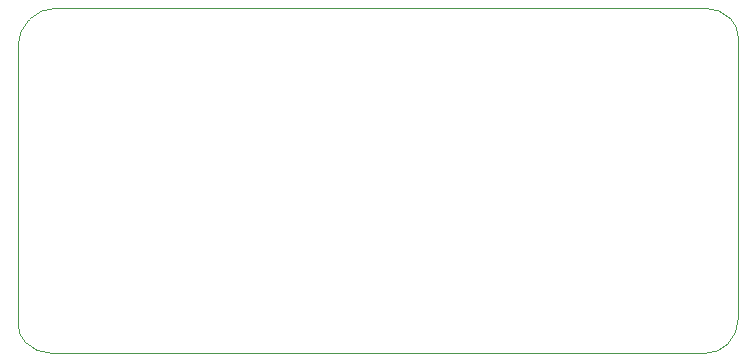
<source format=gbr>
%TF.GenerationSoftware,Altium Limited,Altium Designer,25.3.3 (18)*%
G04 Layer_Color=0*
%FSLAX45Y45*%
%MOMM*%
%TF.SameCoordinates,1FB2B9E7-3E12-4CFE-8A3D-C156B5A0EB04*%
%TF.FilePolarity,Positive*%
%TF.FileFunction,Profile,NP*%
%TF.Part,Single*%
G01*
G75*
%TA.AperFunction,Profile*%
%ADD56C,0.02540*%
D56*
X62598Y89802D02*
G02*
X0Y240926I151124J151124D01*
G01*
Y2603500D01*
D02*
G02*
X89802Y2820302I306605J0D01*
G01*
X100698Y2831198D01*
D02*
G02*
X317500Y2921000I216802J-216802D01*
G01*
X5816600D01*
D02*
G02*
X6033402Y2831198I0J-306605D01*
G01*
D02*
G02*
X6096000Y2680074I-151124J-151124D01*
G01*
Y292100D01*
D02*
G02*
X6006198Y75298I-306605J0D01*
G01*
D02*
G02*
X5824413Y0I-181784J181784D01*
G01*
X279400D01*
D02*
G02*
X62598Y89802I0J306605D01*
G01*
%TF.MD5,4016b297f2006bf8fa0072f2195726f7*%
M02*

</source>
